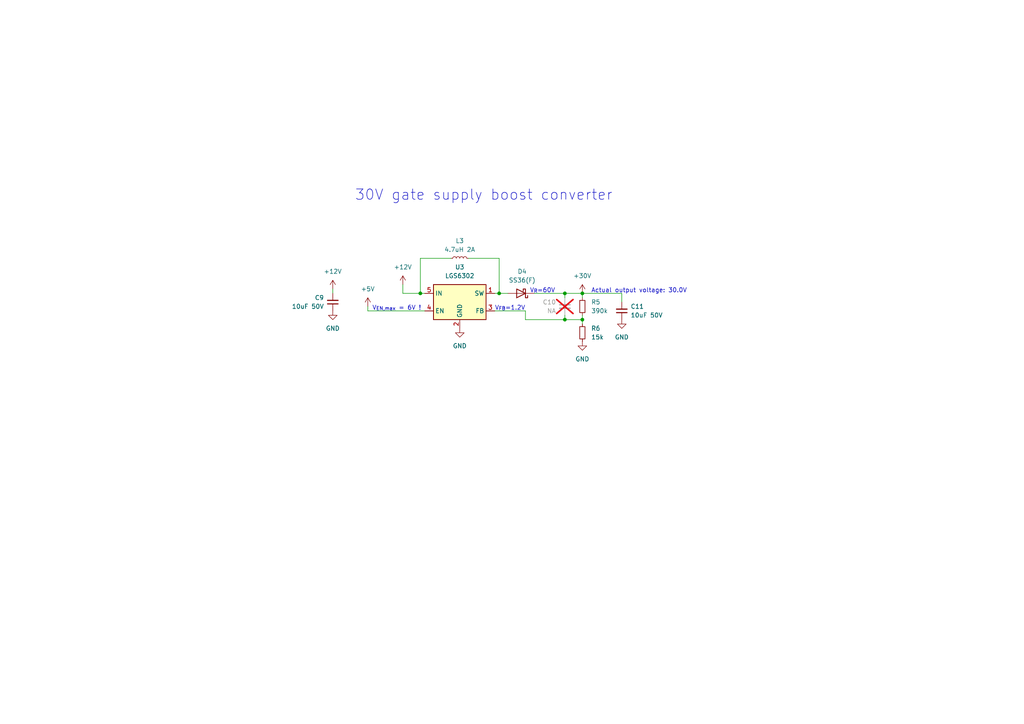
<source format=kicad_sch>
(kicad_sch (version 20230121) (generator eeschema)
  (paper "A4")
  (lib_symbols
    (symbol "Device:C_Small" (pin_numbers hide) (pin_names (offset 0.254) hide)
      (property "Reference" "C" (at 0.254 1.778 0))
      (property "Value" "C_Small" (at 0.254 -2.032 0))
      (symbol "C_Small_0_1"
        (polyline (pts (xy -1.524 -0.508) (xy 1.524 -0.508)) (stroke (width 0.3302)))
        (polyline (pts (xy -1.524 0.508) (xy 1.524 0.508)) (stroke (width 0.3048)))
      )
      (symbol "C_Small_1_1"
        (pin passive line (at 0 2.54 270) (length 2.032) (name "~") (number "1"))
        (pin passive line (at 0 -2.54 90) (length 2.032) (name "~") (number "2"))
      )
    )
    (symbol "Device:D_Schottky" (pin_numbers hide) (pin_names (offset 1.016) hide)
      (property "Reference" "D" (at 0 2.54 0))
      (property "Value" "D_Schottky" (at 0 -2.54 0))
      (symbol "D_Schottky_0_1"
        (polyline (pts (xy 1.27 0) (xy -1.27 0)))
        (polyline (pts (xy 1.27 1.27) (xy 1.27 -1.27) (xy -1.27 0) (xy 1.27 1.27)) (stroke (width 0.254)))
        (polyline (pts (xy -1.905 0.635) (xy -1.905 1.27) (xy -1.27 1.27) (xy -1.27 -1.27) (xy -0.635 -1.27) (xy -0.635 -0.635)) (stroke (width 0.254)))
      )
      (symbol "D_Schottky_1_1"
        (pin passive line (at -3.81 0 0) (length 2.54) (name "K") (number "1"))
        (pin passive line (at 3.81 0 180) (length 2.54) (name "A") (number "2"))
      )
    )
    (symbol "Device:L_Small" (pin_numbers hide) (pin_names (offset 0.254) hide)
      (property "Reference" "L" (at 0.762 1.016 0))
      (property "Value" "L_Small" (at 0.762 -1.016 0))
      (symbol "L_Small_0_1"
        (arc (start 0 -2.032) (mid 0.5058 -1.524) (end 0 -1.016))
        (arc (start 0 -1.016) (mid 0.5058 -0.508) (end 0 0))
        (arc (start 0 0) (mid 0.5058 0.508) (end 0 1.016))
        (arc (start 0 1.016) (mid 0.5058 1.524) (end 0 2.032))
      )
      (symbol "L_Small_1_1"
        (pin passive line (at 0 2.54 270) (length 0.508) (name "~") (number "1"))
        (pin passive line (at 0 -2.54 90) (length 0.508) (name "~") (number "2"))
      )
    )
    (symbol "Device:R_Small" (pin_numbers hide) (pin_names (offset 0.254) hide)
      (property "Reference" "R" (at 0.762 0.508 0))
      (property "Value" "R_Small" (at 0.762 -1.016 0))
      (symbol "R_Small_0_1"
        (rectangle (start -0.762 1.778) (end 0.762 -1.778) (stroke (width 0.2032)))
      )
      (symbol "R_Small_1_1"
        (pin passive line (at 0 2.54 270) (length 0.762) (name "~") (number "1"))
        (pin passive line (at 0 -2.54 90) (length 0.762) (name "~") (number "2"))
      )
    )
    (symbol "OpenPowerDistribution:+30V" (power) (pin_names (offset 0))
      (property "Value" "+30V" (at 0 3.81 0))
      (symbol "+30V_0_1"
        (polyline (pts (xy -0.762 1.27) (xy 0 2.54)))
        (polyline (pts (xy 0 0) (xy 0 2.54)))
        (polyline (pts (xy 0 2.54) (xy 0.762 1.27)))
      )
      (symbol "+30V_1_1"
        (pin power_in line (at 0 0 90) (length 0) hide (name "+30V") (number "1"))
      )
    )
    (symbol "OpenPowerDistribution:LGS6302"
      (property "Reference" "U" (at -7.62 6.35 0))
      (property "Value" "LGS6302" (at 2.54 6.35 0))
      (symbol "LGS6302_0_1"
        (rectangle (start -7.62 5.08) (end 7.62 -5.08) (stroke (width 0.254)) (fill (type background)))
      )
      (symbol "LGS6302_1_1"
        (pin output line (at 10.16 2.54 180) (length 2.54) (name "SW") (number "1"))
        (pin power_in line (at 0 -7.62 90) (length 2.54) (name "GND") (number "2"))
        (pin input line (at 10.16 -2.54 180) (length 2.54) (name "FB") (number "3"))
        (pin input line (at -10.16 -2.54 0) (length 2.54) (name "EN") (number "4"))
        (pin power_in line (at -10.16 2.54 0) (length 2.54) (name "IN") (number "5"))
      )
    )
    (symbol "power:+12V" (power) (pin_names (offset 0))
      (property "Value" "+12V" (at 0 3.556 0))
      (symbol "+12V_0_1"
        (polyline (pts (xy -0.762 1.27) (xy 0 2.54)))
        (polyline (pts (xy 0 0) (xy 0 2.54)))
        (polyline (pts (xy 0 2.54) (xy 0.762 1.27)))
      )
      (symbol "+12V_1_1"
        (pin power_in line (at 0 0 90) (length 0) hide (name "+12V") (number "1"))
      )
    )
    (symbol "power:+5V" (power) (pin_names (offset 0))
      (property "Value" "+5V" (at 0 3.556 0))
      (symbol "+5V_0_1"
        (polyline (pts (xy -0.762 1.27) (xy 0 2.54)))
        (polyline (pts (xy 0 0) (xy 0 2.54)))
        (polyline (pts (xy 0 2.54) (xy 0.762 1.27)))
      )
      (symbol "+5V_1_1"
        (pin power_in line (at 0 0 90) (length 0) hide (name "+5V") (number "1"))
      )
    )
    (symbol "power:GND" (power) (pin_names (offset 0))
      (property "Value" "GND" (at 0 -3.81 0))
      (symbol "GND_0_1"
        (polyline (pts (xy 0 0) (xy 0 -1.27) (xy 1.27 -1.27) (xy 0 -2.54) (xy -1.27 -1.27) (xy 0 -1.27)))
      )
      (symbol "GND_1_1"
        (pin power_in line (at 0 0 270) (length 0) hide (name "GND") (number "1"))
      )
    )
  )
  (junction (at 163.83 85.09))
  (junction (at 163.83 92.71))
  (junction (at 144.78 85.09))
  (junction (at 121.92 85.09))
  (junction (at 168.91 92.71))
  (junction (at 168.91 85.09))
  (wire (pts (xy 163.83 92.71) (xy 168.91 92.71)))
  (wire (pts (xy 180.34 85.09) (xy 168.91 85.09)))
  (wire (pts (xy 116.84 85.09) (xy 116.84 82.55)))
  (wire (pts (xy 106.68 90.17) (xy 106.68 88.9)))
  (wire (pts (xy 168.91 85.09) (xy 163.83 85.09)))
  (wire (pts (xy 144.78 85.09) (xy 143.51 85.09)))
  (wire (pts (xy 143.51 90.17) (xy 152.4 90.17)))
  (wire (pts (xy 106.68 90.17) (xy 123.19 90.17)))
  (wire (pts (xy 144.78 74.93) (xy 144.78 85.09)))
  (wire (pts (xy 168.91 91.44) (xy 168.91 92.71)))
  (wire (pts (xy 168.91 92.71) (xy 168.91 93.98)))
  (wire (pts (xy 130.81 74.93) (xy 121.92 74.93)))
  (wire (pts (xy 121.92 74.93) (xy 121.92 85.09)))
  (wire (pts (xy 168.91 86.36) (xy 168.91 85.09)))
  (wire (pts (xy 116.84 85.09) (xy 121.92 85.09)))
  (wire (pts (xy 180.34 85.09) (xy 180.34 87.63)))
  (wire (pts (xy 163.83 85.09) (xy 163.83 86.36)))
  (wire (pts (xy 163.83 85.09) (xy 154.94 85.09)))
  (wire (pts (xy 135.89 74.93) (xy 144.78 74.93)))
  (wire (pts (xy 144.78 85.09) (xy 147.32 85.09)))
  (wire (pts (xy 152.4 92.71) (xy 163.83 92.71)))
  (wire (pts (xy 96.52 83.82) (xy 96.52 85.09)))
  (wire (pts (xy 123.19 85.09) (xy 121.92 85.09)))
  (wire (pts (xy 163.83 91.44) (xy 163.83 92.71)))
  (wire (pts (xy 152.4 90.17) (xy 152.4 92.71)))
  (text "Actual output voltage: 30.0V" (at 171.45 85.09 0) (effects (font (size 1.27 1.27)) (justify left bottom)))
  (text "V_{EN,max} = 6V !" (at 107.95 90.17 0) (effects (font (size 1.27 1.27)) (justify left bottom)))
  (text "30V gate supply boost converter" (at 102.87 58.42 0) (effects (font (size 3 3)) (justify left bottom)))
  (text "V_{R}=60V" (at 153.67 85.09 0) (effects (font (size 1.27 1.27)) (justify left bottom)))
  (text "V_{FB}=1.2V" (at 143.51 90.17 0) (effects (font (size 1.27 1.27)) (justify left bottom)))
  (symbol (lib_id "power:+12V") (at 116.84 82.55 0) (unit 1)
    (property "Reference" "#PWR020" (effects hide))
    (property "Value" "+12V" (at 116.84 77.47 0))
  )
  (symbol (lib_id "Device:C_Small") (at 163.83 88.9 0) (unit 1) (dnp yes)
    (property "Reference" "C10" (at 161.29 87.6363 0) (effects (justify right)))
    (property "Value" "NA" (at 161.29 90.1763 0) (effects (justify right)))
    (property "Footprint" "Capacitor_SMD:C_0603_1608Metric" (effects hide))
  )
  (symbol (lib_id "Device:C_Small") (at 180.34 90.17 180) (unit 1)
    (property "Reference" "C11" (at 182.88 88.8936 0) (effects (justify right)))
    (property "Value" "10uF 50V" (at 182.88 91.4336 0) (effects (justify right)))
    (property "Footprint" "Capacitor_SMD:C_1206_3216Metric" (effects hide))
    (property "MPN" "CL31A106KBHNNNE" (effects hide))
    (property "LCSC Part#" "C13585" (effects hide))
  )
  (symbol (lib_id "OpenPowerDistribution:LGS6302") (at 133.35 87.63 0) (unit 1)
    (property "Reference" "U3" (at 133.35 77.47 0))
    (property "Value" "LGS6302" (at 133.35 80.01 0))
    (property "Footprint" "Package_TO_SOT_SMD:SOT-23-5" (effects hide))
    (property "Datasheet" "https://datasheet.lcsc.com/lcsc/2304071430_Legend-Si-LGS6302_C5123975.pdf" (effects hide))
    (property "MPN" "C5123975" (effects hide))
  )
  (symbol (lib_id "power:GND") (at 180.34 92.71 0) (unit 1)
    (property "Reference" "#PWR024" (effects hide))
    (property "Value" "GND" (at 180.34 97.79 0))
  )
  (symbol (lib_id "Device:L_Small") (at 133.35 74.93 90) (unit 1)
    (property "Reference" "L3" (at 133.35 69.85 90))
    (property "Value" "4.7uH 2A" (at 133.35 72.39 90))
    (property "Footprint" "Inductor_SMD:L_Abracon_ASPI-4030S" (effects hide))
    (property "MPN" "FNR4030S4R7MT" (effects hide))
    (property "LCSC Part#" "C167874" (effects hide))
  )
  (symbol (lib_id "power:GND") (at 168.91 99.06 0) (unit 1)
    (property "Reference" "#PWR023" (effects hide))
    (property "Value" "GND" (at 168.91 104.14 0))
  )
  (symbol (lib_id "power:GND") (at 133.35 95.25 0) (unit 1)
    (property "Reference" "#PWR021" (effects hide))
    (property "Value" "GND" (at 133.35 100.33 0))
  )
  (symbol (lib_id "Device:R_Small") (at 168.91 88.9 0) (mirror y) (unit 1)
    (property "Reference" "R5" (at 171.45 87.63 0) (effects (justify right)))
    (property "Value" "390k" (at 171.45 90.17 0) (effects (justify right)))
    (property "Footprint" "Resistor_SMD:R_0603_1608Metric" (effects hide))
  )
  (symbol (lib_id "Device:R_Small") (at 168.91 96.52 0) (mirror y) (unit 1)
    (property "Reference" "R6" (at 171.45 95.25 0) (effects (justify right)))
    (property "Value" "15k" (at 171.45 97.79 0) (effects (justify right)))
    (property "Footprint" "Resistor_SMD:R_0603_1608Metric" (effects hide))
  )
  (symbol (lib_id "power:+12V") (at 96.52 83.82 0) (unit 1)
    (property "Reference" "#PWR017" (effects hide))
    (property "Value" "+12V" (at 96.52 78.74 0))
  )
  (symbol (lib_id "OpenPowerDistribution:+30V") (at 168.91 85.09 0) (unit 1)
    (property "Reference" "#PWR022" (effects hide))
    (property "Value" "+30V" (at 168.91 80.01 0))
  )
  (symbol (lib_id "power:+5V") (at 106.68 88.9 0) (unit 1)
    (property "Reference" "#PWR019" (effects hide))
    (property "Value" "+5V" (at 106.68 83.82 0))
  )
  (symbol (lib_id "Device:D_Schottky") (at 151.13 85.09 180) (unit 1)
    (property "Reference" "D4" (at 151.4475 78.74 0))
    (property "Value" "SS36(F)" (at 151.4475 81.28 0))
    (property "Footprint" "Diode_SMD:D_SMA" (effects hide))
    (property "LCSC Part#" "C5365352" (effects hide))
  )
  (symbol (lib_id "power:GND") (at 96.52 90.17 0) (unit 1)
    (property "Reference" "#PWR018" (effects hide))
    (property "Value" "GND" (at 96.52 95.25 0))
  )
  (symbol (lib_id "Device:C_Small") (at 96.52 87.63 0) (mirror x) (unit 1)
    (property "Reference" "C9" (at 93.98 86.3536 0) (effects (justify right)))
    (property "Value" "10uF 50V" (at 93.98 88.8936 0) (effects (justify right)))
    (property "Footprint" "Capacitor_SMD:C_1206_3216Metric" (effects hide))
    (property "MPN" "CL31A106KBHNNNE" (effects hide))
    (property "LCSC Part#" "C13585" (effects hide))
  )
)
</source>
